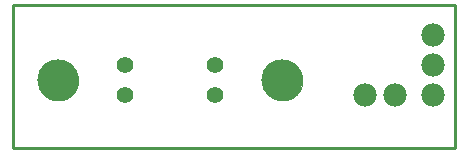
<source format=gts>
G75*
%MOIN*%
%OFA0B0*%
%FSLAX25Y25*%
%IPPOS*%
%LPD*%
%AMOC8*
5,1,8,0,0,1.08239X$1,22.5*
%
%ADD10C,0.01000*%
%ADD11C,0.00000*%
%ADD12C,0.13786*%
%ADD13C,0.05550*%
%ADD14C,0.07800*%
D10*
X0001800Y0001800D02*
X0149300Y0001800D01*
X0149300Y0049300D01*
X0001800Y0049300D01*
X0001800Y0001800D01*
D11*
X0010205Y0024300D02*
X0010207Y0024464D01*
X0010213Y0024628D01*
X0010223Y0024792D01*
X0010237Y0024956D01*
X0010255Y0025119D01*
X0010277Y0025282D01*
X0010304Y0025444D01*
X0010334Y0025606D01*
X0010368Y0025766D01*
X0010406Y0025926D01*
X0010447Y0026085D01*
X0010493Y0026243D01*
X0010543Y0026399D01*
X0010596Y0026555D01*
X0010653Y0026709D01*
X0010714Y0026861D01*
X0010779Y0027012D01*
X0010848Y0027162D01*
X0010920Y0027309D01*
X0010995Y0027455D01*
X0011075Y0027599D01*
X0011157Y0027741D01*
X0011243Y0027881D01*
X0011333Y0028018D01*
X0011426Y0028154D01*
X0011522Y0028287D01*
X0011622Y0028418D01*
X0011724Y0028546D01*
X0011830Y0028672D01*
X0011939Y0028795D01*
X0012051Y0028915D01*
X0012165Y0029033D01*
X0012283Y0029147D01*
X0012403Y0029259D01*
X0012526Y0029368D01*
X0012652Y0029474D01*
X0012780Y0029576D01*
X0012911Y0029676D01*
X0013044Y0029772D01*
X0013180Y0029865D01*
X0013317Y0029955D01*
X0013457Y0030041D01*
X0013599Y0030123D01*
X0013743Y0030203D01*
X0013889Y0030278D01*
X0014036Y0030350D01*
X0014186Y0030419D01*
X0014337Y0030484D01*
X0014489Y0030545D01*
X0014643Y0030602D01*
X0014799Y0030655D01*
X0014955Y0030705D01*
X0015113Y0030751D01*
X0015272Y0030792D01*
X0015432Y0030830D01*
X0015592Y0030864D01*
X0015754Y0030894D01*
X0015916Y0030921D01*
X0016079Y0030943D01*
X0016242Y0030961D01*
X0016406Y0030975D01*
X0016570Y0030985D01*
X0016734Y0030991D01*
X0016898Y0030993D01*
X0017062Y0030991D01*
X0017226Y0030985D01*
X0017390Y0030975D01*
X0017554Y0030961D01*
X0017717Y0030943D01*
X0017880Y0030921D01*
X0018042Y0030894D01*
X0018204Y0030864D01*
X0018364Y0030830D01*
X0018524Y0030792D01*
X0018683Y0030751D01*
X0018841Y0030705D01*
X0018997Y0030655D01*
X0019153Y0030602D01*
X0019307Y0030545D01*
X0019459Y0030484D01*
X0019610Y0030419D01*
X0019760Y0030350D01*
X0019907Y0030278D01*
X0020053Y0030203D01*
X0020197Y0030123D01*
X0020339Y0030041D01*
X0020479Y0029955D01*
X0020616Y0029865D01*
X0020752Y0029772D01*
X0020885Y0029676D01*
X0021016Y0029576D01*
X0021144Y0029474D01*
X0021270Y0029368D01*
X0021393Y0029259D01*
X0021513Y0029147D01*
X0021631Y0029033D01*
X0021745Y0028915D01*
X0021857Y0028795D01*
X0021966Y0028672D01*
X0022072Y0028546D01*
X0022174Y0028418D01*
X0022274Y0028287D01*
X0022370Y0028154D01*
X0022463Y0028018D01*
X0022553Y0027881D01*
X0022639Y0027741D01*
X0022721Y0027599D01*
X0022801Y0027455D01*
X0022876Y0027309D01*
X0022948Y0027162D01*
X0023017Y0027012D01*
X0023082Y0026861D01*
X0023143Y0026709D01*
X0023200Y0026555D01*
X0023253Y0026399D01*
X0023303Y0026243D01*
X0023349Y0026085D01*
X0023390Y0025926D01*
X0023428Y0025766D01*
X0023462Y0025606D01*
X0023492Y0025444D01*
X0023519Y0025282D01*
X0023541Y0025119D01*
X0023559Y0024956D01*
X0023573Y0024792D01*
X0023583Y0024628D01*
X0023589Y0024464D01*
X0023591Y0024300D01*
X0023589Y0024136D01*
X0023583Y0023972D01*
X0023573Y0023808D01*
X0023559Y0023644D01*
X0023541Y0023481D01*
X0023519Y0023318D01*
X0023492Y0023156D01*
X0023462Y0022994D01*
X0023428Y0022834D01*
X0023390Y0022674D01*
X0023349Y0022515D01*
X0023303Y0022357D01*
X0023253Y0022201D01*
X0023200Y0022045D01*
X0023143Y0021891D01*
X0023082Y0021739D01*
X0023017Y0021588D01*
X0022948Y0021438D01*
X0022876Y0021291D01*
X0022801Y0021145D01*
X0022721Y0021001D01*
X0022639Y0020859D01*
X0022553Y0020719D01*
X0022463Y0020582D01*
X0022370Y0020446D01*
X0022274Y0020313D01*
X0022174Y0020182D01*
X0022072Y0020054D01*
X0021966Y0019928D01*
X0021857Y0019805D01*
X0021745Y0019685D01*
X0021631Y0019567D01*
X0021513Y0019453D01*
X0021393Y0019341D01*
X0021270Y0019232D01*
X0021144Y0019126D01*
X0021016Y0019024D01*
X0020885Y0018924D01*
X0020752Y0018828D01*
X0020616Y0018735D01*
X0020479Y0018645D01*
X0020339Y0018559D01*
X0020197Y0018477D01*
X0020053Y0018397D01*
X0019907Y0018322D01*
X0019760Y0018250D01*
X0019610Y0018181D01*
X0019459Y0018116D01*
X0019307Y0018055D01*
X0019153Y0017998D01*
X0018997Y0017945D01*
X0018841Y0017895D01*
X0018683Y0017849D01*
X0018524Y0017808D01*
X0018364Y0017770D01*
X0018204Y0017736D01*
X0018042Y0017706D01*
X0017880Y0017679D01*
X0017717Y0017657D01*
X0017554Y0017639D01*
X0017390Y0017625D01*
X0017226Y0017615D01*
X0017062Y0017609D01*
X0016898Y0017607D01*
X0016734Y0017609D01*
X0016570Y0017615D01*
X0016406Y0017625D01*
X0016242Y0017639D01*
X0016079Y0017657D01*
X0015916Y0017679D01*
X0015754Y0017706D01*
X0015592Y0017736D01*
X0015432Y0017770D01*
X0015272Y0017808D01*
X0015113Y0017849D01*
X0014955Y0017895D01*
X0014799Y0017945D01*
X0014643Y0017998D01*
X0014489Y0018055D01*
X0014337Y0018116D01*
X0014186Y0018181D01*
X0014036Y0018250D01*
X0013889Y0018322D01*
X0013743Y0018397D01*
X0013599Y0018477D01*
X0013457Y0018559D01*
X0013317Y0018645D01*
X0013180Y0018735D01*
X0013044Y0018828D01*
X0012911Y0018924D01*
X0012780Y0019024D01*
X0012652Y0019126D01*
X0012526Y0019232D01*
X0012403Y0019341D01*
X0012283Y0019453D01*
X0012165Y0019567D01*
X0012051Y0019685D01*
X0011939Y0019805D01*
X0011830Y0019928D01*
X0011724Y0020054D01*
X0011622Y0020182D01*
X0011522Y0020313D01*
X0011426Y0020446D01*
X0011333Y0020582D01*
X0011243Y0020719D01*
X0011157Y0020859D01*
X0011075Y0021001D01*
X0010995Y0021145D01*
X0010920Y0021291D01*
X0010848Y0021438D01*
X0010779Y0021588D01*
X0010714Y0021739D01*
X0010653Y0021891D01*
X0010596Y0022045D01*
X0010543Y0022201D01*
X0010493Y0022357D01*
X0010447Y0022515D01*
X0010406Y0022674D01*
X0010368Y0022834D01*
X0010334Y0022994D01*
X0010304Y0023156D01*
X0010277Y0023318D01*
X0010255Y0023481D01*
X0010237Y0023644D01*
X0010223Y0023808D01*
X0010213Y0023972D01*
X0010207Y0024136D01*
X0010205Y0024300D01*
X0085009Y0024300D02*
X0085011Y0024464D01*
X0085017Y0024628D01*
X0085027Y0024792D01*
X0085041Y0024956D01*
X0085059Y0025119D01*
X0085081Y0025282D01*
X0085108Y0025444D01*
X0085138Y0025606D01*
X0085172Y0025766D01*
X0085210Y0025926D01*
X0085251Y0026085D01*
X0085297Y0026243D01*
X0085347Y0026399D01*
X0085400Y0026555D01*
X0085457Y0026709D01*
X0085518Y0026861D01*
X0085583Y0027012D01*
X0085652Y0027162D01*
X0085724Y0027309D01*
X0085799Y0027455D01*
X0085879Y0027599D01*
X0085961Y0027741D01*
X0086047Y0027881D01*
X0086137Y0028018D01*
X0086230Y0028154D01*
X0086326Y0028287D01*
X0086426Y0028418D01*
X0086528Y0028546D01*
X0086634Y0028672D01*
X0086743Y0028795D01*
X0086855Y0028915D01*
X0086969Y0029033D01*
X0087087Y0029147D01*
X0087207Y0029259D01*
X0087330Y0029368D01*
X0087456Y0029474D01*
X0087584Y0029576D01*
X0087715Y0029676D01*
X0087848Y0029772D01*
X0087984Y0029865D01*
X0088121Y0029955D01*
X0088261Y0030041D01*
X0088403Y0030123D01*
X0088547Y0030203D01*
X0088693Y0030278D01*
X0088840Y0030350D01*
X0088990Y0030419D01*
X0089141Y0030484D01*
X0089293Y0030545D01*
X0089447Y0030602D01*
X0089603Y0030655D01*
X0089759Y0030705D01*
X0089917Y0030751D01*
X0090076Y0030792D01*
X0090236Y0030830D01*
X0090396Y0030864D01*
X0090558Y0030894D01*
X0090720Y0030921D01*
X0090883Y0030943D01*
X0091046Y0030961D01*
X0091210Y0030975D01*
X0091374Y0030985D01*
X0091538Y0030991D01*
X0091702Y0030993D01*
X0091866Y0030991D01*
X0092030Y0030985D01*
X0092194Y0030975D01*
X0092358Y0030961D01*
X0092521Y0030943D01*
X0092684Y0030921D01*
X0092846Y0030894D01*
X0093008Y0030864D01*
X0093168Y0030830D01*
X0093328Y0030792D01*
X0093487Y0030751D01*
X0093645Y0030705D01*
X0093801Y0030655D01*
X0093957Y0030602D01*
X0094111Y0030545D01*
X0094263Y0030484D01*
X0094414Y0030419D01*
X0094564Y0030350D01*
X0094711Y0030278D01*
X0094857Y0030203D01*
X0095001Y0030123D01*
X0095143Y0030041D01*
X0095283Y0029955D01*
X0095420Y0029865D01*
X0095556Y0029772D01*
X0095689Y0029676D01*
X0095820Y0029576D01*
X0095948Y0029474D01*
X0096074Y0029368D01*
X0096197Y0029259D01*
X0096317Y0029147D01*
X0096435Y0029033D01*
X0096549Y0028915D01*
X0096661Y0028795D01*
X0096770Y0028672D01*
X0096876Y0028546D01*
X0096978Y0028418D01*
X0097078Y0028287D01*
X0097174Y0028154D01*
X0097267Y0028018D01*
X0097357Y0027881D01*
X0097443Y0027741D01*
X0097525Y0027599D01*
X0097605Y0027455D01*
X0097680Y0027309D01*
X0097752Y0027162D01*
X0097821Y0027012D01*
X0097886Y0026861D01*
X0097947Y0026709D01*
X0098004Y0026555D01*
X0098057Y0026399D01*
X0098107Y0026243D01*
X0098153Y0026085D01*
X0098194Y0025926D01*
X0098232Y0025766D01*
X0098266Y0025606D01*
X0098296Y0025444D01*
X0098323Y0025282D01*
X0098345Y0025119D01*
X0098363Y0024956D01*
X0098377Y0024792D01*
X0098387Y0024628D01*
X0098393Y0024464D01*
X0098395Y0024300D01*
X0098393Y0024136D01*
X0098387Y0023972D01*
X0098377Y0023808D01*
X0098363Y0023644D01*
X0098345Y0023481D01*
X0098323Y0023318D01*
X0098296Y0023156D01*
X0098266Y0022994D01*
X0098232Y0022834D01*
X0098194Y0022674D01*
X0098153Y0022515D01*
X0098107Y0022357D01*
X0098057Y0022201D01*
X0098004Y0022045D01*
X0097947Y0021891D01*
X0097886Y0021739D01*
X0097821Y0021588D01*
X0097752Y0021438D01*
X0097680Y0021291D01*
X0097605Y0021145D01*
X0097525Y0021001D01*
X0097443Y0020859D01*
X0097357Y0020719D01*
X0097267Y0020582D01*
X0097174Y0020446D01*
X0097078Y0020313D01*
X0096978Y0020182D01*
X0096876Y0020054D01*
X0096770Y0019928D01*
X0096661Y0019805D01*
X0096549Y0019685D01*
X0096435Y0019567D01*
X0096317Y0019453D01*
X0096197Y0019341D01*
X0096074Y0019232D01*
X0095948Y0019126D01*
X0095820Y0019024D01*
X0095689Y0018924D01*
X0095556Y0018828D01*
X0095420Y0018735D01*
X0095283Y0018645D01*
X0095143Y0018559D01*
X0095001Y0018477D01*
X0094857Y0018397D01*
X0094711Y0018322D01*
X0094564Y0018250D01*
X0094414Y0018181D01*
X0094263Y0018116D01*
X0094111Y0018055D01*
X0093957Y0017998D01*
X0093801Y0017945D01*
X0093645Y0017895D01*
X0093487Y0017849D01*
X0093328Y0017808D01*
X0093168Y0017770D01*
X0093008Y0017736D01*
X0092846Y0017706D01*
X0092684Y0017679D01*
X0092521Y0017657D01*
X0092358Y0017639D01*
X0092194Y0017625D01*
X0092030Y0017615D01*
X0091866Y0017609D01*
X0091702Y0017607D01*
X0091538Y0017609D01*
X0091374Y0017615D01*
X0091210Y0017625D01*
X0091046Y0017639D01*
X0090883Y0017657D01*
X0090720Y0017679D01*
X0090558Y0017706D01*
X0090396Y0017736D01*
X0090236Y0017770D01*
X0090076Y0017808D01*
X0089917Y0017849D01*
X0089759Y0017895D01*
X0089603Y0017945D01*
X0089447Y0017998D01*
X0089293Y0018055D01*
X0089141Y0018116D01*
X0088990Y0018181D01*
X0088840Y0018250D01*
X0088693Y0018322D01*
X0088547Y0018397D01*
X0088403Y0018477D01*
X0088261Y0018559D01*
X0088121Y0018645D01*
X0087984Y0018735D01*
X0087848Y0018828D01*
X0087715Y0018924D01*
X0087584Y0019024D01*
X0087456Y0019126D01*
X0087330Y0019232D01*
X0087207Y0019341D01*
X0087087Y0019453D01*
X0086969Y0019567D01*
X0086855Y0019685D01*
X0086743Y0019805D01*
X0086634Y0019928D01*
X0086528Y0020054D01*
X0086426Y0020182D01*
X0086326Y0020313D01*
X0086230Y0020446D01*
X0086137Y0020582D01*
X0086047Y0020719D01*
X0085961Y0020859D01*
X0085879Y0021001D01*
X0085799Y0021145D01*
X0085724Y0021291D01*
X0085652Y0021438D01*
X0085583Y0021588D01*
X0085518Y0021739D01*
X0085457Y0021891D01*
X0085400Y0022045D01*
X0085347Y0022201D01*
X0085297Y0022357D01*
X0085251Y0022515D01*
X0085210Y0022674D01*
X0085172Y0022834D01*
X0085138Y0022994D01*
X0085108Y0023156D01*
X0085081Y0023318D01*
X0085059Y0023481D01*
X0085041Y0023644D01*
X0085027Y0023808D01*
X0085017Y0023972D01*
X0085011Y0024136D01*
X0085009Y0024300D01*
D12*
X0091702Y0024300D03*
X0016898Y0024300D03*
D13*
X0039339Y0019300D03*
X0069261Y0019300D03*
X0069261Y0029300D03*
X0039339Y0029300D03*
D14*
X0119300Y0019300D03*
X0129300Y0019300D03*
X0141800Y0019300D03*
X0141800Y0029300D03*
X0141800Y0039300D03*
M02*

</source>
